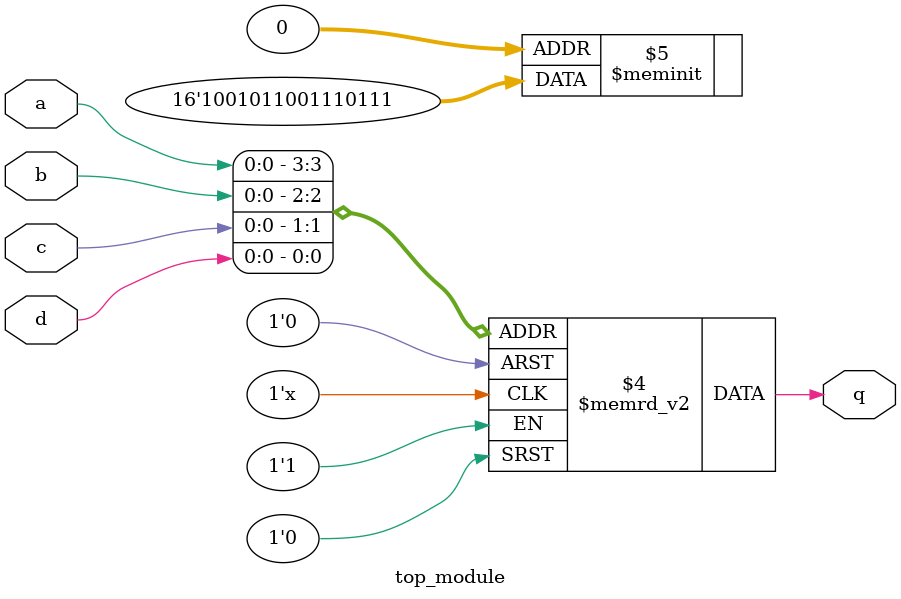
<source format=sv>
module top_module (
    input a, 
    input b, 
    input c, 
    input d,
    output reg q
);

always @* begin
    case ({a, b, c, d})
        4'b0000: q = 1;
        4'b0001: q = 1;
        4'b0010: q = 1;
        4'b0011: q = 0;
        4'b0100: q = 1;
        4'b0101: q = 1;
        4'b0110: q = 1;
        4'b0111: q = 0;
        4'b1000: q = 0;
        4'b1001: q = 1;
        4'b1010: q = 1;
        4'b1011: q = 0;
        4'b1100: q = 1;
        4'b1101: q = 0;
        4'b1110: q = 0;
        4'b1111: q = 1;
    endcase
end

endmodule

</source>
